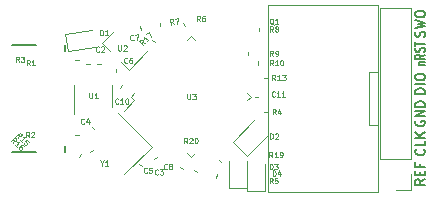
<source format=gto>
G04 #@! TF.GenerationSoftware,KiCad,Pcbnew,5.1.5-52549c5~84~ubuntu19.10.1*
G04 #@! TF.CreationDate,2020-03-16T21:02:33+01:00*
G04 #@! TF.ProjectId,JTAG-TC-PROG,4a544147-2d54-4432-9d50-524f472e6b69,rev?*
G04 #@! TF.SameCoordinates,Original*
G04 #@! TF.FileFunction,Legend,Top*
G04 #@! TF.FilePolarity,Positive*
%FSLAX46Y46*%
G04 Gerber Fmt 4.6, Leading zero omitted, Abs format (unit mm)*
G04 Created by KiCad (PCBNEW 5.1.5-52549c5~84~ubuntu19.10.1) date 2020-03-16 21:02:33*
%MOMM*%
%LPD*%
G04 APERTURE LIST*
%ADD10C,0.130000*%
%ADD11C,0.150000*%
%ADD12C,0.120000*%
%ADD13C,0.100000*%
G04 APERTURE END LIST*
D10*
X137961904Y-106847142D02*
X137580952Y-107113809D01*
X137961904Y-107304285D02*
X137161904Y-107304285D01*
X137161904Y-106999523D01*
X137200000Y-106923333D01*
X137238095Y-106885238D01*
X137314285Y-106847142D01*
X137428571Y-106847142D01*
X137504761Y-106885238D01*
X137542857Y-106923333D01*
X137580952Y-106999523D01*
X137580952Y-107304285D01*
X137542857Y-106504285D02*
X137542857Y-106237619D01*
X137961904Y-106123333D02*
X137961904Y-106504285D01*
X137161904Y-106504285D01*
X137161904Y-106123333D01*
X137542857Y-105513809D02*
X137542857Y-105780476D01*
X137961904Y-105780476D02*
X137161904Y-105780476D01*
X137161904Y-105399523D01*
X137923809Y-94794761D02*
X137961904Y-94680476D01*
X137961904Y-94490000D01*
X137923809Y-94413809D01*
X137885714Y-94375714D01*
X137809523Y-94337619D01*
X137733333Y-94337619D01*
X137657142Y-94375714D01*
X137619047Y-94413809D01*
X137580952Y-94490000D01*
X137542857Y-94642380D01*
X137504761Y-94718571D01*
X137466666Y-94756666D01*
X137390476Y-94794761D01*
X137314285Y-94794761D01*
X137238095Y-94756666D01*
X137200000Y-94718571D01*
X137161904Y-94642380D01*
X137161904Y-94451904D01*
X137200000Y-94337619D01*
X137161904Y-94070952D02*
X137961904Y-93880476D01*
X137390476Y-93728095D01*
X137961904Y-93575714D01*
X137161904Y-93385238D01*
X137161904Y-92928095D02*
X137161904Y-92775714D01*
X137200000Y-92699523D01*
X137276190Y-92623333D01*
X137428571Y-92585238D01*
X137695238Y-92585238D01*
X137847619Y-92623333D01*
X137923809Y-92699523D01*
X137961904Y-92775714D01*
X137961904Y-92928095D01*
X137923809Y-93004285D01*
X137847619Y-93080476D01*
X137695238Y-93118571D01*
X137428571Y-93118571D01*
X137276190Y-93080476D01*
X137200000Y-93004285D01*
X137161904Y-92928095D01*
X137428571Y-97172857D02*
X137961904Y-97172857D01*
X137504761Y-97172857D02*
X137466666Y-97144285D01*
X137428571Y-97087142D01*
X137428571Y-97001428D01*
X137466666Y-96944285D01*
X137542857Y-96915714D01*
X137961904Y-96915714D01*
X137961904Y-96287142D02*
X137580952Y-96487142D01*
X137961904Y-96630000D02*
X137161904Y-96630000D01*
X137161904Y-96401428D01*
X137200000Y-96344285D01*
X137238095Y-96315714D01*
X137314285Y-96287142D01*
X137428571Y-96287142D01*
X137504761Y-96315714D01*
X137542857Y-96344285D01*
X137580952Y-96401428D01*
X137580952Y-96630000D01*
X137923809Y-96058571D02*
X137961904Y-95972857D01*
X137961904Y-95830000D01*
X137923809Y-95772857D01*
X137885714Y-95744285D01*
X137809523Y-95715714D01*
X137733333Y-95715714D01*
X137657142Y-95744285D01*
X137619047Y-95772857D01*
X137580952Y-95830000D01*
X137542857Y-95944285D01*
X137504761Y-96001428D01*
X137466666Y-96030000D01*
X137390476Y-96058571D01*
X137314285Y-96058571D01*
X137238095Y-96030000D01*
X137200000Y-96001428D01*
X137161904Y-95944285D01*
X137161904Y-95801428D01*
X137200000Y-95715714D01*
X137161904Y-95544285D02*
X137161904Y-95201428D01*
X137961904Y-95372857D02*
X137161904Y-95372857D01*
X137961904Y-99594047D02*
X137161904Y-99594047D01*
X137161904Y-99403571D01*
X137200000Y-99289285D01*
X137276190Y-99213095D01*
X137352380Y-99175000D01*
X137504761Y-99136904D01*
X137619047Y-99136904D01*
X137771428Y-99175000D01*
X137847619Y-99213095D01*
X137923809Y-99289285D01*
X137961904Y-99403571D01*
X137961904Y-99594047D01*
X137961904Y-98794047D02*
X137161904Y-98794047D01*
X137161904Y-98260714D02*
X137161904Y-98108333D01*
X137200000Y-98032142D01*
X137276190Y-97955952D01*
X137428571Y-97917857D01*
X137695238Y-97917857D01*
X137847619Y-97955952D01*
X137923809Y-98032142D01*
X137961904Y-98108333D01*
X137961904Y-98260714D01*
X137923809Y-98336904D01*
X137847619Y-98413095D01*
X137695238Y-98451190D01*
X137428571Y-98451190D01*
X137276190Y-98413095D01*
X137200000Y-98336904D01*
X137161904Y-98260714D01*
X137200000Y-101909523D02*
X137161904Y-101985714D01*
X137161904Y-102100000D01*
X137200000Y-102214285D01*
X137276190Y-102290476D01*
X137352380Y-102328571D01*
X137504761Y-102366666D01*
X137619047Y-102366666D01*
X137771428Y-102328571D01*
X137847619Y-102290476D01*
X137923809Y-102214285D01*
X137961904Y-102100000D01*
X137961904Y-102023809D01*
X137923809Y-101909523D01*
X137885714Y-101871428D01*
X137619047Y-101871428D01*
X137619047Y-102023809D01*
X137961904Y-101528571D02*
X137161904Y-101528571D01*
X137961904Y-101071428D01*
X137161904Y-101071428D01*
X137961904Y-100690476D02*
X137161904Y-100690476D01*
X137161904Y-100500000D01*
X137200000Y-100385714D01*
X137276190Y-100309523D01*
X137352380Y-100271428D01*
X137504761Y-100233333D01*
X137619047Y-100233333D01*
X137771428Y-100271428D01*
X137847619Y-100309523D01*
X137923809Y-100385714D01*
X137961904Y-100500000D01*
X137961904Y-100690476D01*
X137885714Y-104326190D02*
X137923809Y-104364285D01*
X137961904Y-104478571D01*
X137961904Y-104554761D01*
X137923809Y-104669047D01*
X137847619Y-104745238D01*
X137771428Y-104783333D01*
X137619047Y-104821428D01*
X137504761Y-104821428D01*
X137352380Y-104783333D01*
X137276190Y-104745238D01*
X137200000Y-104669047D01*
X137161904Y-104554761D01*
X137161904Y-104478571D01*
X137200000Y-104364285D01*
X137238095Y-104326190D01*
X137961904Y-103602380D02*
X137961904Y-103983333D01*
X137161904Y-103983333D01*
X137961904Y-103335714D02*
X137161904Y-103335714D01*
X137961904Y-102878571D02*
X137504761Y-103221428D01*
X137161904Y-102878571D02*
X137619047Y-103335714D01*
D11*
X107500000Y-104000000D02*
X107500000Y-104500000D01*
X107500000Y-95500000D02*
X107500000Y-96000000D01*
X105000000Y-95500000D02*
X103000000Y-95500000D01*
X103000000Y-104500000D02*
X105000000Y-104500000D01*
D12*
X134005000Y-107890000D02*
X124655000Y-107890000D01*
X134005000Y-92110000D02*
X134005000Y-107890000D01*
X124655000Y-92110000D02*
X134005000Y-92110000D01*
X124655000Y-107890000D02*
X124655000Y-92110000D01*
X134000000Y-102250000D02*
X133200000Y-102250000D01*
X133200000Y-102250000D02*
X133200000Y-97750000D01*
X133200000Y-97750000D02*
X134000000Y-97750000D01*
X113362887Y-100168198D02*
X112450719Y-101080366D01*
X113044689Y-99850000D02*
X113362887Y-100168198D01*
X113362887Y-99531802D02*
X113044689Y-99850000D01*
X118150000Y-94744689D02*
X118468198Y-95062887D01*
X117831802Y-95062887D02*
X118150000Y-94744689D01*
X118150000Y-104955311D02*
X117831802Y-104637113D01*
X118468198Y-104637113D02*
X118150000Y-104955311D01*
X123255311Y-99850000D02*
X122937113Y-99531802D01*
X122937113Y-100168198D02*
X123255311Y-99850000D01*
X113922171Y-94167822D02*
X113877829Y-93871118D01*
X111850000Y-97800000D02*
X111850000Y-97500000D01*
X110645370Y-95320172D02*
X111677746Y-94287797D01*
X112879828Y-97554630D02*
X114407178Y-96027279D01*
X112879828Y-97554630D02*
X112222218Y-96897021D01*
X110645370Y-95320172D02*
X111302979Y-95977782D01*
X118443934Y-106043934D02*
X118656066Y-106256066D01*
X120493934Y-105193934D02*
X120706066Y-105406066D01*
X115106066Y-95256066D02*
X114893934Y-95043934D01*
X108856066Y-104743934D02*
X108643934Y-104956066D01*
X109856066Y-104343934D02*
X109643934Y-104556066D01*
X124300000Y-98250000D02*
X124600000Y-98250000D01*
X123850000Y-97150000D02*
X123850000Y-96850000D01*
X123000000Y-96050000D02*
X123000000Y-96350000D01*
X123900000Y-94000000D02*
X123900000Y-94300000D01*
X115527829Y-93601648D02*
X115572171Y-93898352D01*
X117656066Y-93856066D02*
X117443934Y-93643934D01*
X120322171Y-106401648D02*
X120277829Y-106698352D01*
X124350000Y-101150000D02*
X124650000Y-101150000D01*
X124385000Y-107835001D02*
X124385000Y-105550001D01*
X122915000Y-107835001D02*
X124385000Y-107835001D01*
X122915000Y-105550001D02*
X122915000Y-107835001D01*
X122885000Y-107585000D02*
X122885000Y-105300000D01*
X121415000Y-107585000D02*
X122885000Y-107585000D01*
X121415000Y-105300000D02*
X121415000Y-107585000D01*
X121688299Y-103659619D02*
X123491421Y-101856497D01*
X122890381Y-104861701D02*
X124693503Y-103058579D01*
X121688299Y-103659619D02*
X122890381Y-104861701D01*
X123850000Y-99850000D02*
X123550000Y-99850000D01*
X112356066Y-98893934D02*
X112143934Y-99106066D01*
X117243934Y-105793934D02*
X117456066Y-106006066D01*
X136810000Y-107720000D02*
X135480000Y-107720000D01*
X136810000Y-106390000D02*
X136810000Y-107720000D01*
X136810000Y-105120000D02*
X134150000Y-105120000D01*
X134150000Y-105120000D02*
X134150000Y-92360000D01*
X136810000Y-105120000D02*
X136810000Y-92360000D01*
X136810000Y-92360000D02*
X134150000Y-92360000D01*
X114830940Y-104097487D02*
X112002513Y-101269060D01*
X112497487Y-106430940D02*
X114830940Y-104097487D01*
X108290000Y-98900000D02*
X108290000Y-101350000D01*
X111510000Y-100700000D02*
X111510000Y-98900000D01*
X108350000Y-96750000D02*
X108650000Y-96750000D01*
X108650000Y-103100000D02*
X108350000Y-103100000D01*
X109300000Y-97050000D02*
X109600000Y-97050000D01*
X107739951Y-95996424D02*
X109999853Y-95658679D01*
X107522672Y-94542570D02*
X107739951Y-95996424D01*
X109782573Y-94204826D02*
X107522672Y-94542570D01*
X114006066Y-105756066D02*
X113793934Y-105543934D01*
X109956066Y-102606066D02*
X109743934Y-102393934D01*
X115256066Y-104943934D02*
X115043934Y-105156066D01*
X110500000Y-97050000D02*
X110200000Y-97050000D01*
D13*
X125157142Y-93746428D02*
X125114285Y-93725000D01*
X125071428Y-93682142D01*
X125007142Y-93617857D01*
X124964285Y-93596428D01*
X124921428Y-93596428D01*
X124942857Y-93703571D02*
X124900000Y-93682142D01*
X124857142Y-93639285D01*
X124835714Y-93553571D01*
X124835714Y-93403571D01*
X124857142Y-93317857D01*
X124900000Y-93275000D01*
X124942857Y-93253571D01*
X125028571Y-93253571D01*
X125071428Y-93275000D01*
X125114285Y-93317857D01*
X125135714Y-93403571D01*
X125135714Y-93553571D01*
X125114285Y-93639285D01*
X125071428Y-93682142D01*
X125028571Y-93703571D01*
X124942857Y-93703571D01*
X125564285Y-93703571D02*
X125307142Y-93703571D01*
X125435714Y-93703571D02*
X125435714Y-93253571D01*
X125392857Y-93317857D01*
X125350000Y-93360714D01*
X125307142Y-93382142D01*
X117857142Y-99603571D02*
X117857142Y-99967857D01*
X117878571Y-100010714D01*
X117900000Y-100032142D01*
X117942857Y-100053571D01*
X118028571Y-100053571D01*
X118071428Y-100032142D01*
X118092857Y-100010714D01*
X118114285Y-99967857D01*
X118114285Y-99603571D01*
X118285714Y-99603571D02*
X118564285Y-99603571D01*
X118414285Y-99775000D01*
X118478571Y-99775000D01*
X118521428Y-99796428D01*
X118542857Y-99817857D01*
X118564285Y-99860714D01*
X118564285Y-99967857D01*
X118542857Y-100010714D01*
X118521428Y-100032142D01*
X118478571Y-100053571D01*
X118350000Y-100053571D01*
X118307142Y-100032142D01*
X118285714Y-100010714D01*
X113299578Y-95020034D02*
X113281553Y-95044395D01*
X113221140Y-95075090D01*
X113178754Y-95081425D01*
X113112007Y-95069733D01*
X113063286Y-95033682D01*
X113035758Y-94994463D01*
X113001895Y-94912857D01*
X112992393Y-94849278D01*
X113000917Y-94761338D01*
X113015776Y-94715784D01*
X113051827Y-94667063D01*
X113112240Y-94636368D01*
X113154626Y-94630033D01*
X113221373Y-94641724D01*
X113245734Y-94659750D01*
X113387751Y-94595192D02*
X113684456Y-94550849D01*
X113560231Y-95024412D01*
X112775000Y-96960714D02*
X112753571Y-96982142D01*
X112689285Y-97003571D01*
X112646428Y-97003571D01*
X112582142Y-96982142D01*
X112539285Y-96939285D01*
X112517857Y-96896428D01*
X112496428Y-96810714D01*
X112496428Y-96746428D01*
X112517857Y-96660714D01*
X112539285Y-96617857D01*
X112582142Y-96575000D01*
X112646428Y-96553571D01*
X112689285Y-96553571D01*
X112753571Y-96575000D01*
X112775000Y-96596428D01*
X113160714Y-96553571D02*
X113075000Y-96553571D01*
X113032142Y-96575000D01*
X113010714Y-96596428D01*
X112967857Y-96660714D01*
X112946428Y-96746428D01*
X112946428Y-96917857D01*
X112967857Y-96960714D01*
X112989285Y-96982142D01*
X113032142Y-97003571D01*
X113117857Y-97003571D01*
X113160714Y-96982142D01*
X113182142Y-96960714D01*
X113203571Y-96917857D01*
X113203571Y-96810714D01*
X113182142Y-96767857D01*
X113160714Y-96746428D01*
X113117857Y-96725000D01*
X113032142Y-96725000D01*
X112989285Y-96746428D01*
X112967857Y-96767857D01*
X112946428Y-96810714D01*
X112007142Y-95503571D02*
X112007142Y-95867857D01*
X112028571Y-95910714D01*
X112050000Y-95932142D01*
X112092857Y-95953571D01*
X112178571Y-95953571D01*
X112221428Y-95932142D01*
X112242857Y-95910714D01*
X112264285Y-95867857D01*
X112264285Y-95503571D01*
X112457142Y-95546428D02*
X112478571Y-95525000D01*
X112521428Y-95503571D01*
X112628571Y-95503571D01*
X112671428Y-95525000D01*
X112692857Y-95546428D01*
X112714285Y-95589285D01*
X112714285Y-95632142D01*
X112692857Y-95696428D01*
X112435714Y-95953571D01*
X112714285Y-95953571D01*
X117860714Y-103803571D02*
X117710714Y-103589285D01*
X117603571Y-103803571D02*
X117603571Y-103353571D01*
X117775000Y-103353571D01*
X117817857Y-103375000D01*
X117839285Y-103396428D01*
X117860714Y-103439285D01*
X117860714Y-103503571D01*
X117839285Y-103546428D01*
X117817857Y-103567857D01*
X117775000Y-103589285D01*
X117603571Y-103589285D01*
X118032142Y-103396428D02*
X118053571Y-103375000D01*
X118096428Y-103353571D01*
X118203571Y-103353571D01*
X118246428Y-103375000D01*
X118267857Y-103396428D01*
X118289285Y-103439285D01*
X118289285Y-103482142D01*
X118267857Y-103546428D01*
X118010714Y-103803571D01*
X118289285Y-103803571D01*
X118567857Y-103353571D02*
X118610714Y-103353571D01*
X118653571Y-103375000D01*
X118675000Y-103396428D01*
X118696428Y-103439285D01*
X118717857Y-103525000D01*
X118717857Y-103632142D01*
X118696428Y-103717857D01*
X118675000Y-103760714D01*
X118653571Y-103782142D01*
X118610714Y-103803571D01*
X118567857Y-103803571D01*
X118525000Y-103782142D01*
X118503571Y-103760714D01*
X118482142Y-103717857D01*
X118460714Y-103632142D01*
X118460714Y-103525000D01*
X118482142Y-103439285D01*
X118503571Y-103396428D01*
X118525000Y-103375000D01*
X118567857Y-103353571D01*
X125060714Y-105003571D02*
X124910714Y-104789285D01*
X124803571Y-105003571D02*
X124803571Y-104553571D01*
X124975000Y-104553571D01*
X125017857Y-104575000D01*
X125039285Y-104596428D01*
X125060714Y-104639285D01*
X125060714Y-104703571D01*
X125039285Y-104746428D01*
X125017857Y-104767857D01*
X124975000Y-104789285D01*
X124803571Y-104789285D01*
X125489285Y-105003571D02*
X125232142Y-105003571D01*
X125360714Y-105003571D02*
X125360714Y-104553571D01*
X125317857Y-104617857D01*
X125275000Y-104660714D01*
X125232142Y-104682142D01*
X125703571Y-105003571D02*
X125789285Y-105003571D01*
X125832142Y-104982142D01*
X125853571Y-104960714D01*
X125896428Y-104896428D01*
X125917857Y-104810714D01*
X125917857Y-104639285D01*
X125896428Y-104596428D01*
X125875000Y-104575000D01*
X125832142Y-104553571D01*
X125746428Y-104553571D01*
X125703571Y-104575000D01*
X125682142Y-104596428D01*
X125660714Y-104639285D01*
X125660714Y-104746428D01*
X125682142Y-104789285D01*
X125703571Y-104810714D01*
X125746428Y-104832142D01*
X125832142Y-104832142D01*
X125875000Y-104810714D01*
X125896428Y-104789285D01*
X125917857Y-104746428D01*
X114289390Y-95298502D02*
X114031801Y-95253045D01*
X114107563Y-95480330D02*
X113789365Y-95162132D01*
X113910583Y-95040913D01*
X113956040Y-95025761D01*
X113986345Y-95025761D01*
X114031801Y-95040913D01*
X114077258Y-95086370D01*
X114092411Y-95131827D01*
X114092411Y-95162132D01*
X114077258Y-95207588D01*
X113956040Y-95328807D01*
X114592436Y-94995456D02*
X114410609Y-95177284D01*
X114501522Y-95086370D02*
X114183324Y-94768172D01*
X114198477Y-94843933D01*
X114198477Y-94904543D01*
X114183324Y-94950000D01*
X114380304Y-94571192D02*
X114592436Y-94359060D01*
X114774264Y-94813629D01*
X103101497Y-103789390D02*
X103146954Y-103531801D01*
X102919669Y-103607563D02*
X103237867Y-103289365D01*
X103359086Y-103410583D01*
X103374238Y-103456040D01*
X103374238Y-103486345D01*
X103359086Y-103531801D01*
X103313629Y-103577258D01*
X103268172Y-103592411D01*
X103237867Y-103592411D01*
X103192411Y-103577258D01*
X103071192Y-103456040D01*
X103404543Y-104092436D02*
X103222715Y-103910609D01*
X103313629Y-104001522D02*
X103631827Y-103683324D01*
X103556066Y-103698477D01*
X103495456Y-103698477D01*
X103450000Y-103683324D01*
X103995482Y-104046979D02*
X103934873Y-103986370D01*
X103889416Y-103971218D01*
X103859111Y-103971218D01*
X103783350Y-103986370D01*
X103707588Y-104031827D01*
X103586370Y-104153045D01*
X103571218Y-104198502D01*
X103571218Y-104228807D01*
X103586370Y-104274264D01*
X103646979Y-104334873D01*
X103692436Y-104350025D01*
X103722741Y-104350025D01*
X103768198Y-104334873D01*
X103843959Y-104259111D01*
X103859111Y-104213654D01*
X103859111Y-104183350D01*
X103843959Y-104137893D01*
X103783350Y-104077284D01*
X103737893Y-104062132D01*
X103707588Y-104062132D01*
X103662132Y-104077284D01*
X103551497Y-103389390D02*
X103596954Y-103131801D01*
X103369669Y-103207563D02*
X103687867Y-102889365D01*
X103809086Y-103010583D01*
X103824238Y-103056040D01*
X103824238Y-103086345D01*
X103809086Y-103131801D01*
X103763629Y-103177258D01*
X103718172Y-103192411D01*
X103687867Y-103192411D01*
X103642411Y-103177258D01*
X103521192Y-103056040D01*
X103854543Y-103692436D02*
X103672715Y-103510609D01*
X103763629Y-103601522D02*
X104081827Y-103283324D01*
X104006066Y-103298477D01*
X103945456Y-103298477D01*
X103900000Y-103283324D01*
X104460634Y-103662132D02*
X104309111Y-103510609D01*
X104142436Y-103646979D01*
X104172741Y-103646979D01*
X104218198Y-103662132D01*
X104293959Y-103737893D01*
X104309111Y-103783350D01*
X104309111Y-103813654D01*
X104293959Y-103859111D01*
X104218198Y-103934873D01*
X104172741Y-103950025D01*
X104142436Y-103950025D01*
X104096979Y-103934873D01*
X104021218Y-103859111D01*
X104006066Y-103813654D01*
X104006066Y-103783350D01*
X125310714Y-98453571D02*
X125160714Y-98239285D01*
X125053571Y-98453571D02*
X125053571Y-98003571D01*
X125225000Y-98003571D01*
X125267857Y-98025000D01*
X125289285Y-98046428D01*
X125310714Y-98089285D01*
X125310714Y-98153571D01*
X125289285Y-98196428D01*
X125267857Y-98217857D01*
X125225000Y-98239285D01*
X125053571Y-98239285D01*
X125739285Y-98453571D02*
X125482142Y-98453571D01*
X125610714Y-98453571D02*
X125610714Y-98003571D01*
X125567857Y-98067857D01*
X125525000Y-98110714D01*
X125482142Y-98132142D01*
X125889285Y-98003571D02*
X126167857Y-98003571D01*
X126017857Y-98175000D01*
X126082142Y-98175000D01*
X126125000Y-98196428D01*
X126146428Y-98217857D01*
X126167857Y-98260714D01*
X126167857Y-98367857D01*
X126146428Y-98410714D01*
X126125000Y-98432142D01*
X126082142Y-98453571D01*
X125953571Y-98453571D01*
X125910714Y-98432142D01*
X125889285Y-98410714D01*
X125110714Y-97203571D02*
X124960714Y-96989285D01*
X124853571Y-97203571D02*
X124853571Y-96753571D01*
X125025000Y-96753571D01*
X125067857Y-96775000D01*
X125089285Y-96796428D01*
X125110714Y-96839285D01*
X125110714Y-96903571D01*
X125089285Y-96946428D01*
X125067857Y-96967857D01*
X125025000Y-96989285D01*
X124853571Y-96989285D01*
X125539285Y-97203571D02*
X125282142Y-97203571D01*
X125410714Y-97203571D02*
X125410714Y-96753571D01*
X125367857Y-96817857D01*
X125325000Y-96860714D01*
X125282142Y-96882142D01*
X125817857Y-96753571D02*
X125860714Y-96753571D01*
X125903571Y-96775000D01*
X125925000Y-96796428D01*
X125946428Y-96839285D01*
X125967857Y-96925000D01*
X125967857Y-97032142D01*
X125946428Y-97117857D01*
X125925000Y-97160714D01*
X125903571Y-97182142D01*
X125860714Y-97203571D01*
X125817857Y-97203571D01*
X125775000Y-97182142D01*
X125753571Y-97160714D01*
X125732142Y-97117857D01*
X125710714Y-97032142D01*
X125710714Y-96925000D01*
X125732142Y-96839285D01*
X125753571Y-96796428D01*
X125775000Y-96775000D01*
X125817857Y-96753571D01*
X125125000Y-96403571D02*
X124975000Y-96189285D01*
X124867857Y-96403571D02*
X124867857Y-95953571D01*
X125039285Y-95953571D01*
X125082142Y-95975000D01*
X125103571Y-95996428D01*
X125125000Y-96039285D01*
X125125000Y-96103571D01*
X125103571Y-96146428D01*
X125082142Y-96167857D01*
X125039285Y-96189285D01*
X124867857Y-96189285D01*
X125339285Y-96403571D02*
X125425000Y-96403571D01*
X125467857Y-96382142D01*
X125489285Y-96360714D01*
X125532142Y-96296428D01*
X125553571Y-96210714D01*
X125553571Y-96039285D01*
X125532142Y-95996428D01*
X125510714Y-95975000D01*
X125467857Y-95953571D01*
X125382142Y-95953571D01*
X125339285Y-95975000D01*
X125317857Y-95996428D01*
X125296428Y-96039285D01*
X125296428Y-96146428D01*
X125317857Y-96189285D01*
X125339285Y-96210714D01*
X125382142Y-96232142D01*
X125467857Y-96232142D01*
X125510714Y-96210714D01*
X125532142Y-96189285D01*
X125553571Y-96146428D01*
X125125000Y-94353571D02*
X124975000Y-94139285D01*
X124867857Y-94353571D02*
X124867857Y-93903571D01*
X125039285Y-93903571D01*
X125082142Y-93925000D01*
X125103571Y-93946428D01*
X125125000Y-93989285D01*
X125125000Y-94053571D01*
X125103571Y-94096428D01*
X125082142Y-94117857D01*
X125039285Y-94139285D01*
X124867857Y-94139285D01*
X125382142Y-94096428D02*
X125339285Y-94075000D01*
X125317857Y-94053571D01*
X125296428Y-94010714D01*
X125296428Y-93989285D01*
X125317857Y-93946428D01*
X125339285Y-93925000D01*
X125382142Y-93903571D01*
X125467857Y-93903571D01*
X125510714Y-93925000D01*
X125532142Y-93946428D01*
X125553571Y-93989285D01*
X125553571Y-94010714D01*
X125532142Y-94053571D01*
X125510714Y-94075000D01*
X125467857Y-94096428D01*
X125382142Y-94096428D01*
X125339285Y-94117857D01*
X125317857Y-94139285D01*
X125296428Y-94182142D01*
X125296428Y-94267857D01*
X125317857Y-94310714D01*
X125339285Y-94332142D01*
X125382142Y-94353571D01*
X125467857Y-94353571D01*
X125510714Y-94332142D01*
X125532142Y-94310714D01*
X125553571Y-94267857D01*
X125553571Y-94182142D01*
X125532142Y-94139285D01*
X125510714Y-94117857D01*
X125467857Y-94096428D01*
X116705913Y-93712421D02*
X116525887Y-93522660D01*
X116451595Y-93750429D02*
X116385080Y-93305372D01*
X116554626Y-93280033D01*
X116600180Y-93294891D01*
X116624540Y-93312917D01*
X116652068Y-93352136D01*
X116661570Y-93415716D01*
X116646712Y-93461270D01*
X116628686Y-93485630D01*
X116589467Y-93513158D01*
X116419921Y-93538497D01*
X116787751Y-93245192D02*
X117084456Y-93200849D01*
X116960231Y-93674412D01*
X118925000Y-93453571D02*
X118775000Y-93239285D01*
X118667857Y-93453571D02*
X118667857Y-93003571D01*
X118839285Y-93003571D01*
X118882142Y-93025000D01*
X118903571Y-93046428D01*
X118925000Y-93089285D01*
X118925000Y-93153571D01*
X118903571Y-93196428D01*
X118882142Y-93217857D01*
X118839285Y-93239285D01*
X118667857Y-93239285D01*
X119310714Y-93003571D02*
X119225000Y-93003571D01*
X119182142Y-93025000D01*
X119160714Y-93046428D01*
X119117857Y-93110714D01*
X119096428Y-93196428D01*
X119096428Y-93367857D01*
X119117857Y-93410714D01*
X119139285Y-93432142D01*
X119182142Y-93453571D01*
X119267857Y-93453571D01*
X119310714Y-93432142D01*
X119332142Y-93410714D01*
X119353571Y-93367857D01*
X119353571Y-93260714D01*
X119332142Y-93217857D01*
X119310714Y-93196428D01*
X119267857Y-93175000D01*
X119182142Y-93175000D01*
X119139285Y-93196428D01*
X119117857Y-93217857D01*
X119096428Y-93260714D01*
X125075000Y-107203570D02*
X124925000Y-106989284D01*
X124817857Y-107203570D02*
X124817857Y-106753570D01*
X124989285Y-106753570D01*
X125032142Y-106774999D01*
X125053571Y-106796427D01*
X125075000Y-106839284D01*
X125075000Y-106903570D01*
X125053571Y-106946427D01*
X125032142Y-106967856D01*
X124989285Y-106989284D01*
X124817857Y-106989284D01*
X125482142Y-106753570D02*
X125267857Y-106753570D01*
X125246428Y-106967856D01*
X125267857Y-106946427D01*
X125310714Y-106924999D01*
X125417857Y-106924999D01*
X125460714Y-106946427D01*
X125482142Y-106967856D01*
X125503571Y-107010713D01*
X125503571Y-107117856D01*
X125482142Y-107160713D01*
X125460714Y-107182141D01*
X125417857Y-107203570D01*
X125310714Y-107203570D01*
X125267857Y-107182141D01*
X125246428Y-107160713D01*
X125325000Y-101353571D02*
X125175000Y-101139285D01*
X125067857Y-101353571D02*
X125067857Y-100903571D01*
X125239285Y-100903571D01*
X125282142Y-100925000D01*
X125303571Y-100946428D01*
X125325000Y-100989285D01*
X125325000Y-101053571D01*
X125303571Y-101096428D01*
X125282142Y-101117857D01*
X125239285Y-101139285D01*
X125067857Y-101139285D01*
X125710714Y-101053571D02*
X125710714Y-101353571D01*
X125603571Y-100882142D02*
X125496428Y-101203571D01*
X125775000Y-101203571D01*
X125067857Y-106553572D02*
X125067857Y-106103572D01*
X125175000Y-106103572D01*
X125239285Y-106125001D01*
X125282142Y-106167858D01*
X125303571Y-106210715D01*
X125325000Y-106296429D01*
X125325000Y-106360715D01*
X125303571Y-106446429D01*
X125282142Y-106489286D01*
X125239285Y-106532143D01*
X125175000Y-106553572D01*
X125067857Y-106553572D01*
X125710714Y-106253572D02*
X125710714Y-106553572D01*
X125603571Y-106082143D02*
X125496428Y-106403572D01*
X125775000Y-106403572D01*
X124817857Y-106003571D02*
X124817857Y-105553571D01*
X124925000Y-105553571D01*
X124989285Y-105575000D01*
X125032142Y-105617857D01*
X125053571Y-105660714D01*
X125075000Y-105746428D01*
X125075000Y-105810714D01*
X125053571Y-105896428D01*
X125032142Y-105939285D01*
X124989285Y-105982142D01*
X124925000Y-106003571D01*
X124817857Y-106003571D01*
X125225000Y-105553571D02*
X125503571Y-105553571D01*
X125353571Y-105725000D01*
X125417857Y-105725000D01*
X125460714Y-105746428D01*
X125482142Y-105767857D01*
X125503571Y-105810714D01*
X125503571Y-105917857D01*
X125482142Y-105960714D01*
X125460714Y-105982142D01*
X125417857Y-106003571D01*
X125289285Y-106003571D01*
X125246428Y-105982142D01*
X125225000Y-105960714D01*
X124867858Y-103403571D02*
X124867858Y-102953571D01*
X124975001Y-102953571D01*
X125039286Y-102975000D01*
X125082143Y-103017857D01*
X125103572Y-103060714D01*
X125125001Y-103146428D01*
X125125001Y-103210714D01*
X125103572Y-103296428D01*
X125082143Y-103339285D01*
X125039286Y-103382142D01*
X124975001Y-103403571D01*
X124867858Y-103403571D01*
X125296429Y-102996428D02*
X125317858Y-102975000D01*
X125360715Y-102953571D01*
X125467858Y-102953571D01*
X125510715Y-102975000D01*
X125532143Y-102996428D01*
X125553572Y-103039285D01*
X125553572Y-103082142D01*
X125532143Y-103146428D01*
X125275001Y-103403571D01*
X125553572Y-103403571D01*
X125260714Y-99810714D02*
X125239285Y-99832142D01*
X125175000Y-99853571D01*
X125132142Y-99853571D01*
X125067857Y-99832142D01*
X125025000Y-99789285D01*
X125003571Y-99746428D01*
X124982142Y-99660714D01*
X124982142Y-99596428D01*
X125003571Y-99510714D01*
X125025000Y-99467857D01*
X125067857Y-99425000D01*
X125132142Y-99403571D01*
X125175000Y-99403571D01*
X125239285Y-99425000D01*
X125260714Y-99446428D01*
X125689285Y-99853571D02*
X125432142Y-99853571D01*
X125560714Y-99853571D02*
X125560714Y-99403571D01*
X125517857Y-99467857D01*
X125475000Y-99510714D01*
X125432142Y-99532142D01*
X126117857Y-99853571D02*
X125860714Y-99853571D01*
X125989285Y-99853571D02*
X125989285Y-99403571D01*
X125946428Y-99467857D01*
X125903571Y-99510714D01*
X125860714Y-99532142D01*
X112010714Y-100410714D02*
X111989285Y-100432142D01*
X111925000Y-100453571D01*
X111882142Y-100453571D01*
X111817857Y-100432142D01*
X111775000Y-100389285D01*
X111753571Y-100346428D01*
X111732142Y-100260714D01*
X111732142Y-100196428D01*
X111753571Y-100110714D01*
X111775000Y-100067857D01*
X111817857Y-100025000D01*
X111882142Y-100003571D01*
X111925000Y-100003571D01*
X111989285Y-100025000D01*
X112010714Y-100046428D01*
X112439285Y-100453571D02*
X112182142Y-100453571D01*
X112310714Y-100453571D02*
X112310714Y-100003571D01*
X112267857Y-100067857D01*
X112225000Y-100110714D01*
X112182142Y-100132142D01*
X112717857Y-100003571D02*
X112760714Y-100003571D01*
X112803571Y-100025000D01*
X112825000Y-100046428D01*
X112846428Y-100089285D01*
X112867857Y-100175000D01*
X112867857Y-100282142D01*
X112846428Y-100367857D01*
X112825000Y-100410714D01*
X112803571Y-100432142D01*
X112760714Y-100453571D01*
X112717857Y-100453571D01*
X112675000Y-100432142D01*
X112653571Y-100410714D01*
X112632142Y-100367857D01*
X112610714Y-100282142D01*
X112610714Y-100175000D01*
X112632142Y-100089285D01*
X112653571Y-100046428D01*
X112675000Y-100025000D01*
X112717857Y-100003571D01*
X116125000Y-105960714D02*
X116103571Y-105982142D01*
X116039285Y-106003571D01*
X115996428Y-106003571D01*
X115932142Y-105982142D01*
X115889285Y-105939285D01*
X115867857Y-105896428D01*
X115846428Y-105810714D01*
X115846428Y-105746428D01*
X115867857Y-105660714D01*
X115889285Y-105617857D01*
X115932142Y-105575000D01*
X115996428Y-105553571D01*
X116039285Y-105553571D01*
X116103571Y-105575000D01*
X116125000Y-105596428D01*
X116382142Y-105746428D02*
X116339285Y-105725000D01*
X116317857Y-105703571D01*
X116296428Y-105660714D01*
X116296428Y-105639285D01*
X116317857Y-105596428D01*
X116339285Y-105575000D01*
X116382142Y-105553571D01*
X116467857Y-105553571D01*
X116510714Y-105575000D01*
X116532142Y-105596428D01*
X116553571Y-105639285D01*
X116553571Y-105660714D01*
X116532142Y-105703571D01*
X116510714Y-105725000D01*
X116467857Y-105746428D01*
X116382142Y-105746428D01*
X116339285Y-105767857D01*
X116317857Y-105789285D01*
X116296428Y-105832142D01*
X116296428Y-105917857D01*
X116317857Y-105960714D01*
X116339285Y-105982142D01*
X116382142Y-106003571D01*
X116467857Y-106003571D01*
X116510714Y-105982142D01*
X116532142Y-105960714D01*
X116553571Y-105917857D01*
X116553571Y-105832142D01*
X116532142Y-105789285D01*
X116510714Y-105767857D01*
X116467857Y-105746428D01*
X110635714Y-105489285D02*
X110635714Y-105703571D01*
X110485714Y-105253571D02*
X110635714Y-105489285D01*
X110785714Y-105253571D01*
X111171428Y-105703571D02*
X110914285Y-105703571D01*
X111042857Y-105703571D02*
X111042857Y-105253571D01*
X111000000Y-105317857D01*
X110957142Y-105360714D01*
X110914285Y-105382142D01*
X109557142Y-99553571D02*
X109557142Y-99917857D01*
X109578571Y-99960714D01*
X109600000Y-99982142D01*
X109642857Y-100003571D01*
X109728571Y-100003571D01*
X109771428Y-99982142D01*
X109792857Y-99960714D01*
X109814285Y-99917857D01*
X109814285Y-99553571D01*
X110264285Y-100003571D02*
X110007142Y-100003571D01*
X110135714Y-100003571D02*
X110135714Y-99553571D01*
X110092857Y-99617857D01*
X110050000Y-99660714D01*
X110007142Y-99682142D01*
X103625000Y-96903571D02*
X103475000Y-96689285D01*
X103367857Y-96903571D02*
X103367857Y-96453571D01*
X103539285Y-96453571D01*
X103582142Y-96475000D01*
X103603571Y-96496428D01*
X103625000Y-96539285D01*
X103625000Y-96603571D01*
X103603571Y-96646428D01*
X103582142Y-96667857D01*
X103539285Y-96689285D01*
X103367857Y-96689285D01*
X103775000Y-96453571D02*
X104053571Y-96453571D01*
X103903571Y-96625000D01*
X103967857Y-96625000D01*
X104010714Y-96646428D01*
X104032142Y-96667857D01*
X104053571Y-96710714D01*
X104053571Y-96817857D01*
X104032142Y-96860714D01*
X104010714Y-96882142D01*
X103967857Y-96903571D01*
X103839285Y-96903571D01*
X103796428Y-96882142D01*
X103775000Y-96860714D01*
X104475000Y-103303571D02*
X104325000Y-103089285D01*
X104217857Y-103303571D02*
X104217857Y-102853571D01*
X104389285Y-102853571D01*
X104432142Y-102875000D01*
X104453571Y-102896428D01*
X104475000Y-102939285D01*
X104475000Y-103003571D01*
X104453571Y-103046428D01*
X104432142Y-103067857D01*
X104389285Y-103089285D01*
X104217857Y-103089285D01*
X104646428Y-102896428D02*
X104667857Y-102875000D01*
X104710714Y-102853571D01*
X104817857Y-102853571D01*
X104860714Y-102875000D01*
X104882142Y-102896428D01*
X104903571Y-102939285D01*
X104903571Y-102982142D01*
X104882142Y-103046428D01*
X104625000Y-103303571D01*
X104903571Y-103303571D01*
X104525000Y-97203571D02*
X104375000Y-96989285D01*
X104267857Y-97203571D02*
X104267857Y-96753571D01*
X104439285Y-96753571D01*
X104482142Y-96775000D01*
X104503571Y-96796428D01*
X104525000Y-96839285D01*
X104525000Y-96903571D01*
X104503571Y-96946428D01*
X104482142Y-96967857D01*
X104439285Y-96989285D01*
X104267857Y-96989285D01*
X104953571Y-97203571D02*
X104696428Y-97203571D01*
X104825000Y-97203571D02*
X104825000Y-96753571D01*
X104782142Y-96817857D01*
X104739285Y-96860714D01*
X104696428Y-96882142D01*
X110471460Y-94659336D02*
X110463606Y-94209404D01*
X110570733Y-94207534D01*
X110635383Y-94227838D01*
X110678981Y-94269940D01*
X110701155Y-94312417D01*
X110724076Y-94397744D01*
X110725198Y-94462020D01*
X110705269Y-94548095D01*
X110684591Y-94591320D01*
X110642489Y-94634918D01*
X110578587Y-94657466D01*
X110471460Y-94659336D01*
X111157070Y-94647368D02*
X110899966Y-94651856D01*
X111028518Y-94649612D02*
X111020664Y-94199681D01*
X110978936Y-94264705D01*
X110936833Y-94308303D01*
X110894356Y-94330476D01*
X114425000Y-106260714D02*
X114403571Y-106282142D01*
X114339285Y-106303571D01*
X114296428Y-106303571D01*
X114232142Y-106282142D01*
X114189285Y-106239285D01*
X114167857Y-106196428D01*
X114146428Y-106110714D01*
X114146428Y-106046428D01*
X114167857Y-105960714D01*
X114189285Y-105917857D01*
X114232142Y-105875000D01*
X114296428Y-105853571D01*
X114339285Y-105853571D01*
X114403571Y-105875000D01*
X114425000Y-105896428D01*
X114832142Y-105853571D02*
X114617857Y-105853571D01*
X114596428Y-106067857D01*
X114617857Y-106046428D01*
X114660714Y-106025000D01*
X114767857Y-106025000D01*
X114810714Y-106046428D01*
X114832142Y-106067857D01*
X114853571Y-106110714D01*
X114853571Y-106217857D01*
X114832142Y-106260714D01*
X114810714Y-106282142D01*
X114767857Y-106303571D01*
X114660714Y-106303571D01*
X114617857Y-106282142D01*
X114596428Y-106260714D01*
X109125000Y-102110714D02*
X109103571Y-102132142D01*
X109039285Y-102153571D01*
X108996428Y-102153571D01*
X108932142Y-102132142D01*
X108889285Y-102089285D01*
X108867857Y-102046428D01*
X108846428Y-101960714D01*
X108846428Y-101896428D01*
X108867857Y-101810714D01*
X108889285Y-101767857D01*
X108932142Y-101725000D01*
X108996428Y-101703571D01*
X109039285Y-101703571D01*
X109103571Y-101725000D01*
X109125000Y-101746428D01*
X109510714Y-101853571D02*
X109510714Y-102153571D01*
X109403571Y-101682142D02*
X109296428Y-102003571D01*
X109575000Y-102003571D01*
X115375000Y-106410714D02*
X115353571Y-106432142D01*
X115289285Y-106453571D01*
X115246428Y-106453571D01*
X115182142Y-106432142D01*
X115139285Y-106389285D01*
X115117857Y-106346428D01*
X115096428Y-106260714D01*
X115096428Y-106196428D01*
X115117857Y-106110714D01*
X115139285Y-106067857D01*
X115182142Y-106025000D01*
X115246428Y-106003571D01*
X115289285Y-106003571D01*
X115353571Y-106025000D01*
X115375000Y-106046428D01*
X115525000Y-106003571D02*
X115803571Y-106003571D01*
X115653571Y-106175000D01*
X115717857Y-106175000D01*
X115760714Y-106196428D01*
X115782142Y-106217857D01*
X115803571Y-106260714D01*
X115803571Y-106367857D01*
X115782142Y-106410714D01*
X115760714Y-106432142D01*
X115717857Y-106453571D01*
X115589285Y-106453571D01*
X115546428Y-106432142D01*
X115525000Y-106410714D01*
X110375000Y-96010714D02*
X110353571Y-96032142D01*
X110289285Y-96053571D01*
X110246428Y-96053571D01*
X110182142Y-96032142D01*
X110139285Y-95989285D01*
X110117857Y-95946428D01*
X110096428Y-95860714D01*
X110096428Y-95796428D01*
X110117857Y-95710714D01*
X110139285Y-95667857D01*
X110182142Y-95625000D01*
X110246428Y-95603571D01*
X110289285Y-95603571D01*
X110353571Y-95625000D01*
X110375000Y-95646428D01*
X110546428Y-95646428D02*
X110567857Y-95625000D01*
X110610714Y-95603571D01*
X110717857Y-95603571D01*
X110760714Y-95625000D01*
X110782142Y-95646428D01*
X110803571Y-95689285D01*
X110803571Y-95732142D01*
X110782142Y-95796428D01*
X110525000Y-96053571D01*
X110803571Y-96053571D01*
M02*

</source>
